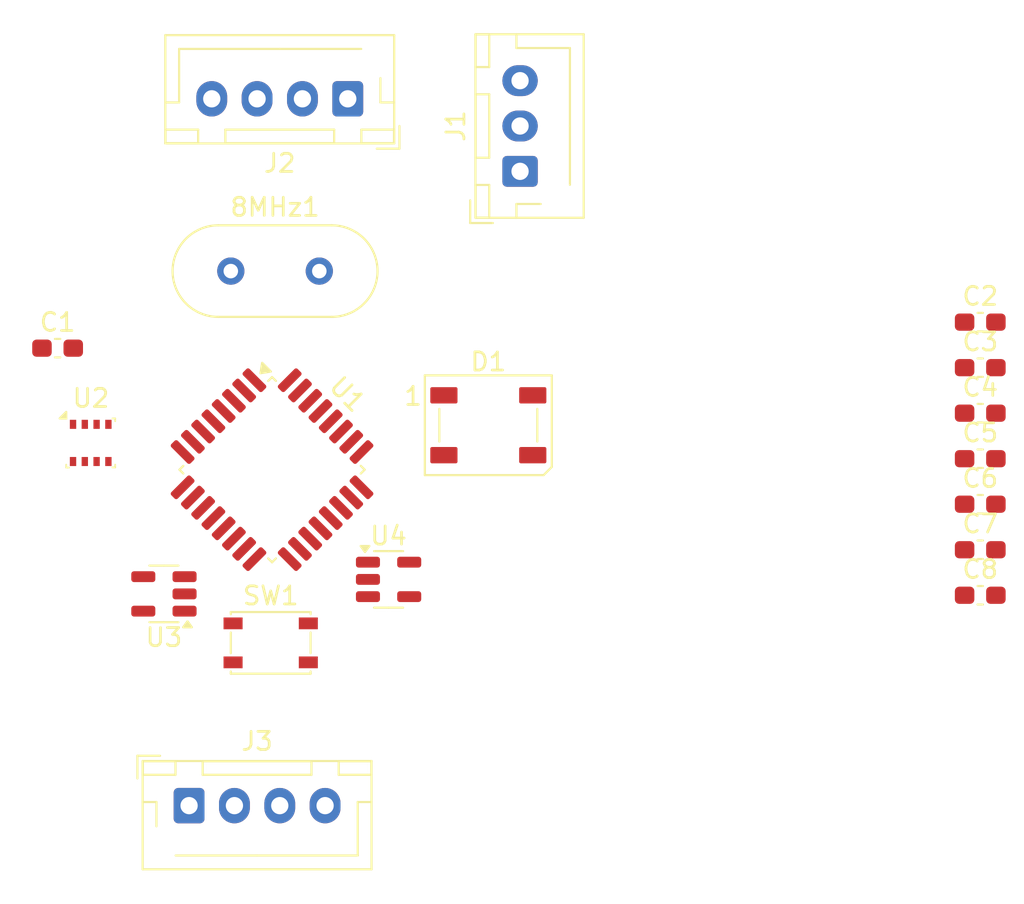
<source format=kicad_pcb>
(kicad_pcb (version 20240108) (generator "pcbnew") (generator_version "8.0")
  (layers (0 "F.Cu" signal) (31 "B.Cu" signal) (34 "B.Paste" user) (35 "F.Paste" user) (36 "B.SilkS" user "B.Silkscreen") (37 "F.SilkS" user "F.Silkscreen") (38 "B.Mask" user) (39 "F.Mask" user) (44 "Edge.Cuts" user))
  (net 0 "")
  (net 22 "+5V")
  (net 23 "Neopixel_Signal_5")
  (net 26 "+3.3V")
  (net 27 "GND")
  (net 29 "Net-(U1-PC14)")
  (net 30 "Net-(U1-PC15)")
  (net 31 "SCL")
  (net 32 "SDA")
  (net 33 "Net-(U1-NRST)")
  (net 34 "MOSI")
  (net 35 "MISO")
  (net 36 "SCK")
  (net 37 "Neopixel_Signal_3.3")
  (net 38 "NSS")
  (footprint "Button_Switch_SMD:SW_SPST_PTS810" (layer "F.Cu") (at 139.5 89.25)
    (property "Reference" "SW1" (at 0 -2.6 0) (layer "F.SilkS"))
    (property "Value" "SW_Push")
    (fp_line (start -2.2 -1.7) (end -2.2 -1.58) (stroke (width 0.12)) (layer "F.SilkS"))
    (fp_line (start -2.2 -0.57) (end -2.2 0.57) (stroke (width 0.12)) (layer "F.SilkS"))
    (fp_line (start -2.2 1.58) (end -2.2 1.7) (stroke (width 0.12)) (layer "F.SilkS"))
    (fp_line (start -2.2 1.7) (end 2.2 1.7) (stroke (width 0.12)) (layer "F.SilkS"))
    (fp_line (start 2.2 -1.7) (end -2.2 -1.7) (stroke (width 0.12)) (layer "F.SilkS"))
    (fp_line (start 2.2 -1.58) (end 2.2 -1.7) (stroke (width 0.12)) (layer "F.SilkS"))
    (fp_line (start 2.2 0.57) (end 2.2 -0.57) (stroke (width 0.12)) (layer "F.SilkS"))
    (fp_line (start 2.2 1.7) (end 2.2 1.58) (stroke (width 0.12)) (layer "F.SilkS"))
    (pad "1" smd rect (at -2.075 -1.075) (size 1.05 0.65) (layers "F.Cu" "F.Paste" "F.Mask") (net 27 "GND"))
    (pad "1" smd rect (at 2.075 -1.075) (size 1.05 0.65) (layers "F.Cu" "F.Paste" "F.Mask") (net 27 "GND"))
    (pad "2" smd rect (at -2.075 1.075) (size 1.05 0.65) (layers "F.Cu" "F.Paste" "F.Mask") (net 33 "Net-(U1-NRST)"))
    (pad "2" smd rect (at 2.075 1.075) (size 1.05 0.65) (layers "F.Cu" "F.Paste" "F.Mask") (net 33 "Net-(U1-NRST)"))
  )
  (footprint "Package_LGA:Bosch_LGA-8_2.5x2.5mm_P0.65mm_ClockwisePinNumbering" (layer "F.Cu") (at 129.575 78.225)
    (property "Reference" "U2" (at 0.015 -2.465 0) (layer "F.SilkS"))
    (property "Value" "BME280")
    (fp_line (start -1.35 1.35) (end -1.35 1.2) (stroke (width 0.1)) (layer "F.SilkS"))
    (fp_line (start -1.35 1.36) (end -1.2 1.36) (stroke (width 0.1)) (layer "F.SilkS"))
    (fp_line (start 1.2 -1.35) (end 1.35 -1.35) (stroke (width 0.1)) (layer "F.SilkS"))
    (fp_line (start 1.35 -1.35) (end 1.35 -1.2) (stroke (width 0.1)) (layer "F.SilkS"))
    (fp_line (start 1.35 1.35) (end 1.2 1.35) (stroke (width 0.1)) (layer "F.SilkS"))
    (fp_line (start 1.35 1.35) (end 1.35 1.2) (stroke (width 0.1)) (layer "F.SilkS"))
    (fp_poly (pts (xy -1.35 -1.35) (xy -1.71 -1.35) (xy -1.35 -1.71) (xy -1.35 -1.35)) (stroke (width 0.12)) (fill solid) (layer "F.SilkS"))
    (pad "1" smd rect (at -0.975 -1.025 90) (size 0.5 0.35) (layers "F.Cu" "F.Paste" "F.Mask"))
    (pad "2" smd rect (at -0.325 -1.025 90) (size 0.5 0.35) (layers "F.Cu" "F.Paste" "F.Mask"))
    (pad "3" smd rect (at 0.325 -1.025 90) (size 0.5 0.35) (layers "F.Cu" "F.Paste" "F.Mask"))
    (pad "4" smd rect (at 0.975 -1.025 90) (size 0.5 0.35) (layers "F.Cu" "F.Paste" "F.Mask"))
    (pad "5" smd rect (at 0.975 1.025 90) (size 0.5 0.35) (layers "F.Cu" "F.Paste" "F.Mask"))
    (pad "6" smd rect (at 0.325 1.025 90) (size 0.5 0.35) (layers "F.Cu" "F.Paste" "F.Mask"))
    (pad "7" smd rect (at -0.325 1.025 90) (size 0.5 0.35) (layers "F.Cu" "F.Paste" "F.Mask"))
    (pad "8" smd rect (at -0.975 1.025 90) (size 0.5 0.35) (layers "F.Cu" "F.Paste" "F.Mask"))
  )
  (footprint "Capacitor_SMD:C_0603_1608Metric_Pad1.08x0.95mm_HandSolder" (layer "F.Cu") (at 178.625 74.075)
    (property "Reference" "C3" (at 0 -1.43 0) (layer "F.SilkS"))
    (property "Value" "100nF")
    (fp_line (start -0.146267 -0.51) (end 0.146267 -0.51) (stroke (width 0.12)) (layer "F.SilkS"))
    (fp_line (start -0.146267 0.51) (end 0.146267 0.51) (stroke (width 0.12)) (layer "F.SilkS"))
    (pad "1" smd roundrect (at -0.8625 0) (size 1.075 0.95) (layers "F.Cu" "F.Paste" "F.Mask") (net 26 "+3.3V"))
    (pad "2" smd roundrect (at 0.8625 0) (size 1.075 0.95) (layers "F.Cu" "F.Paste" "F.Mask") (net 27 "GND"))
  )
  (footprint "Package_TO_SOT_SMD:SOT-23-5" (layer "F.Cu") (at 146 85.75)
    (property "Reference" "U4" (at 0 -2.4 0) (layer "F.SilkS"))
    (property "Value" "SN74LV1T34DBV")
    (fp_line (start 0 -1.56) (end -0.8 -1.56) (stroke (width 0.12)) (layer "F.SilkS"))
    (fp_line (start 0 -1.56) (end 0.8 -1.56) (stroke (width 0.12)) (layer "F.SilkS"))
    (fp_line (start 0 1.56) (end -0.8 1.56) (stroke (width 0.12)) (layer "F.SilkS"))
    (fp_line (start 0 1.56) (end 0.8 1.56) (stroke (width 0.12)) (layer "F.SilkS"))
    (fp_poly (pts (xy -1.3 -1.51) (xy -1.54 -1.84) (xy -1.06 -1.84) (xy -1.3 -1.51)) (stroke (width 0.12)) (fill solid) (layer "F.SilkS"))
    (pad "1" smd roundrect (at -1.1375 -0.95) (size 1.325 0.6) (layers "F.Cu" "F.Paste" "F.Mask"))
    (pad "2" smd roundrect (at -1.1375 0) (size 1.325 0.6) (layers "F.Cu" "F.Paste" "F.Mask") (net 37 "Neopixel_Signal_3.3"))
    (pad "3" smd roundrect (at -1.1375 0.95) (size 1.325 0.6) (layers "F.Cu" "F.Paste" "F.Mask") (net 27 "GND"))
    (pad "4" smd roundrect (at 1.1375 0.95) (size 1.325 0.6) (layers "F.Cu" "F.Paste" "F.Mask") (net 23 "Neopixel_Signal_5"))
    (pad "5" smd roundrect (at 1.1375 -0.95) (size 1.325 0.6) (layers "F.Cu" "F.Paste" "F.Mask") (net 22 "+5V"))
  )
  (footprint "Capacitor_SMD:C_0603_1608Metric_Pad1.08x0.95mm_HandSolder" (layer "F.Cu") (at 178.625 84.115)
    (property "Reference" "C7" (at 0 -1.43 0) (layer "F.SilkS"))
    (property "Value" "100nF")
    (fp_line (start -0.146267 -0.51) (end 0.146267 -0.51) (stroke (width 0.12)) (layer "F.SilkS"))
    (fp_line (start -0.146267 0.51) (end 0.146267 0.51) (stroke (width 0.12)) (layer "F.SilkS"))
    (pad "1" smd roundrect (at -0.8625 0) (size 1.075 0.95) (layers "F.Cu" "F.Paste" "F.Mask") (net 26 "+3.3V"))
    (pad "2" smd roundrect (at 0.8625 0) (size 1.075 0.95) (layers "F.Cu" "F.Paste" "F.Mask") (net 27 "GND"))
  )
  (footprint "Connector_JST:JST_XH_B3B-XH-AM_1x03_P2.50mm_Vertical" (layer "F.Cu") (at 153.25 63.25 90)
    (property "Reference" "J1" (at 2.5 -3.55 90) (layer "F.SilkS"))
    (property "Value" "Conn_01x03_Pin")
    (fp_line (start -1.6 -2.75) (end -2.85 -2.75) (stroke (width 0.12)) (layer "F.SilkS"))
    (fp_line (start -2.85 -2.75) (end -2.85 -1.5) (stroke (width 0.12)) (layer "F.SilkS"))
    (fp_line (start 7.56 -2.46) (end -2.56 -2.46) (stroke (width 0.12)) (layer "F.SilkS"))
    (fp_line (start -2.56 -2.46) (end -2.56 3.51) (stroke (width 0.12)) (layer "F.SilkS"))
    (fp_line (start 7.55 -2.45) (end 5.75 -2.45) (stroke (width 0.12)) (layer "F.SilkS"))
    (fp_line (start 5.75 -2.45) (end 5.75 -1.7) (stroke (width 0.12)) (layer "F.SilkS"))
    (fp_line (start 4.25 -2.45) (end 0.75 -2.45) (stroke (width 0.12)) (layer "F.SilkS"))
    (fp_line (start 0.75 -2.45) (end 0.75 -1.7) (stroke (width 0.12)) (layer "F.SilkS"))
    (fp_line (start -0.75 -2.45) (end -2.55 -2.45) (stroke (width 0.12)) (layer "F.SilkS"))
    (fp_line (start -2.55 -2.45) (end -2.55 -1.7) (stroke (width 0.12)) (layer "F.SilkS"))
    (fp_line (start 7.55 -1.7) (end 7.55 -2.45) (stroke (width 0.12)) (layer "F.SilkS"))
    (fp_line (start 5.75 -1.7) (end 7.55 -1.7) (stroke (width 0.12)) (layer "F.SilkS"))
    (fp_line (start 4.25 -1.7) (end 4.25 -2.45) (stroke (width 0.12)) (layer "F.SilkS"))
    (fp_line (start 0.75 -1.7) (end 4.25 -1.7) (stroke (width 0.12)) (layer "F.SilkS"))
    (fp_line (start -0.75 -1.7) (end -0.75 -2.45) (stroke (width 0.12)) (layer "F.SilkS"))
    (fp_line (start -2.55 -1.7) (end -0.75 -1.7) (stroke (width 0.12)) (layer "F.SilkS"))
    (fp_line (start 7.55 -0.2) (end 6.8 -0.2) (stroke (width 0.12)) (layer "F.SilkS"))
    (fp_line (start 6.8 -0.2) (end 6.8 2.75) (stroke (width 0.12)) (layer "F.SilkS"))
    (fp_line (start -1.8 -0.2) (end -1.8 1.14) (stroke (width 0.12)) (layer "F.SilkS"))
    (fp_line (start -2.55 -0.2) (end -1.8 -0.2) (stroke (width 0.12)) (layer "F.SilkS"))
    (fp_line (start 6.8 2.75) (end 2.5 2.75) (stroke (width 0.12)) (layer "F.SilkS"))
    (fp_line (start 2.5 2.75) (end -0.74 2.75) (stroke (width 0.12)) (layer "F.SilkS"))
    (fp_line (start 7.56 3.51) (end 7.56 -2.46) (stroke (width 0.12)) (layer "F.SilkS"))
    (fp_line (start -2.56 3.51) (end 7.56 3.51) (stroke (width 0.12)) (layer "F.SilkS"))
    (pad "" np_thru_hole circle (at -1.6 2 90) (size 1.2 1.2) (drill 1.2) (layers "*.Cu" "*.Mask"))
    (pad "1" thru_hole roundrect (at 0 0 90) (size 1.7 1.95) (drill 0.95) (layers "*.Cu" "*.Mask") (roundrect_rratio 0.147059))
    (pad "2" thru_hole oval (at 2.5 0 90) (size 1.7 1.95) (drill 0.95) (layers "*.Cu" "*.Mask"))
    (pad "3" thru_hole oval (at 5 0 90) (size 1.7 1.95) (drill 0.95) (layers "*.Cu" "*.Mask"))
  )
  (footprint "Crystal:Crystal_HC49-U_Vertical" (layer "F.Cu") (at 137.3 68.75)
    (property "Reference" "8MHz1" (at 2.44 -3.525 360) (layer "F.SilkS"))
    (property "Value" "Crystal")
    (fp_line (start -0.685 -2.525) (end 5.565 -2.525) (stroke (width 0.12)) (layer "F.SilkS"))
    (fp_line (start -0.685 2.525) (end 5.565 2.525) (stroke (width 0.12)) (layer "F.SilkS"))
    (fp_arc (start -0.685 2.525) (mid -3.21 0) (end -0.685 -2.525) (stroke (width 0.12)) (layer "F.SilkS"))
    (fp_arc (start 5.565 -2.525) (mid 8.09 0) (end 5.565 2.525) (stroke (width 0.12)) (layer "F.SilkS"))
    (pad "1" thru_hole circle (at 0 0) (size 1.5 1.5) (drill 0.8) (layers "*.Cu" "*.Mask") (net 30 "Net-(U1-PC15)"))
    (pad "2" thru_hole circle (at 4.88 0) (size 1.5 1.5) (drill 0.8) (layers "*.Cu" "*.Mask") (net 29 "Net-(U1-PC14)"))
  )
  (footprint "Capacitor_SMD:C_0603_1608Metric_Pad1.08x0.95mm_HandSolder" (layer "F.Cu") (at 127.75 73)
    (property "Reference" "C1" (at 0 -1.43 0) (layer "F.SilkS"))
    (property "Value" "22pF")
    (fp_line (start -0.146267 -0.51) (end 0.146267 -0.51) (stroke (width 0.12)) (layer "F.SilkS"))
    (fp_line (start -0.146267 0.51) (end 0.146267 0.51) (stroke (width 0.12)) (layer "F.SilkS"))
    (pad "1" smd roundrect (at -0.8625 0) (size 1.075 0.95) (layers "F.Cu" "F.Paste" "F.Mask") (net 27 "GND"))
    (pad "2" smd roundrect (at 0.8625 0) (size 1.075 0.95) (layers "F.Cu" "F.Paste" "F.Mask") (net 29 "Net-(U1-PC14)"))
  )
  (footprint "Capacitor_SMD:C_0603_1608Metric_Pad1.08x0.95mm_HandSolder" (layer "F.Cu") (at 178.625 71.565)
    (property "Reference" "C2" (at 0 -1.43 0) (layer "F.SilkS"))
    (property "Value" "22pF")
    (fp_line (start -0.146267 -0.51) (end 0.146267 -0.51) (stroke (width 0.12)) (layer "F.SilkS"))
    (fp_line (start -0.146267 0.51) (end 0.146267 0.51) (stroke (width 0.12)) (layer "F.SilkS"))
    (pad "1" smd roundrect (at -0.8625 0) (size 1.075 0.95) (layers "F.Cu" "F.Paste" "F.Mask") (net 27 "GND"))
    (pad "2" smd roundrect (at 0.8625 0) (size 1.075 0.95) (layers "F.Cu" "F.Paste" "F.Mask") (net 30 "Net-(U1-PC15)"))
  )
  (footprint "LED_SMD:LED_WS2812B_PLCC4_5.0x5.0mm_P3.2mm" (layer "F.Cu") (at 151.5 77.25)
    (property "Reference" "D1" (at 0 -3.5 0) (layer "F.SilkS"))
    (property "Value" "WS2812B")
    (fp_line (start -3.5 -2.75) (end -3.5 2.75) (stroke (width 0.12)) (layer "F.SilkS"))
    (fp_line (start -3.5 -2.75) (end 3.5 -2.75) (stroke (width 0.12)) (layer "F.SilkS"))
    (fp_line (start -3.5 2.75) (end 3.05 2.75) (stroke (width 0.12)) (layer "F.SilkS"))
    (fp_line (start -2.7 0.9) (end -2.7 -0.9) (stroke (width 0.12)) (layer "F.SilkS"))
    (fp_line (start 2.7 0.9) (end 2.7 -0.9) (stroke (width 0.12)) (layer "F.SilkS"))
    (fp_line (start 3.05 2.75) (end 3.5 2.3) (stroke (width 0.12)) (layer "F.SilkS"))
    (fp_line (start 3.5 2.3) (end 3.5 -2.75) (stroke (width 0.12)) (layer "F.SilkS"))
    (fp_text user "1" (at -4.15 -1.6 0) (layer "F.SilkS"))
    (pad "1" smd roundrect (at -2.45 -1.65) (size 1.5 0.9) (layers "F.Cu" "F.Paste" "F.Mask") (roundrect_rratio 0.1) (net 22 "+5V"))
    (pad "2" smd roundrect (at -2.45 1.65) (size 1.5 0.9) (layers "F.Cu" "F.Paste" "F.Mask") (roundrect_rratio 0.1))
    (pad "3" smd roundrect (at 2.45 1.65) (size 1.5 0.9) (layers "F.Cu" "F.Paste" "F.Mask") (roundrect_rratio 0.1) (net 27 "GND"))
    (pad "4" smd roundrect (at 2.45 -1.65) (size 1.5 0.9) (layers "F.Cu" "F.Paste" "F.Mask") (roundrect_rratio 0.1) (net 23 "Neopixel_Signal_5"))
  )
  (footprint "Capacitor_SMD:C_0603_1608Metric_Pad1.08x0.95mm_HandSolder" (layer "F.Cu") (at 178.625 79.095)
    (property "Reference" "C5" (at 0 -1.43 0) (layer "F.SilkS"))
    (property "Value" "100nF")
    (fp_line (start -0.146267 -0.51) (end 0.146267 -0.51) (stroke (width 0.12)) (layer "F.SilkS"))
    (fp_line (start -0.146267 0.51) (end 0.146267 0.51) (stroke (width 0.12)) (layer "F.SilkS"))
    (pad "1" smd roundrect (at -0.8625 0) (size 1.075 0.95) (layers "F.Cu" "F.Paste" "F.Mask") (net 27 "GND"))
    (pad "2" smd roundrect (at 0.8625 0) (size 1.075 0.95) (layers "F.Cu" "F.Paste" "F.Mask") (net 33 "Net-(U1-NRST)"))
  )
  (footprint "Capacitor_SMD:C_0603_1608Metric_Pad1.08x0.95mm_HandSolder" (layer "F.Cu") (at 178.625 76.585)
    (property "Reference" "C4" (at 0 -1.43 0) (layer "F.SilkS"))
    (property "Value" "4.7nF")
    (fp_line (start -0.146267 -0.51) (end 0.146267 -0.51) (stroke (width 0.12)) (layer "F.SilkS"))
    (fp_line (start -0.146267 0.51) (end 0.146267 0.51) (stroke (width 0.12)) (layer "F.SilkS"))
    (pad "1" smd roundrect (at -0.8625 0) (size 1.075 0.95) (layers "F.Cu" "F.Paste" "F.Mask") (net 27 "GND"))
    (pad "2" smd roundrect (at 0.8625 0) (size 1.075 0.95) (layers "F.Cu" "F.Paste" "F.Mask") (net 26 "+3.3V"))
  )
  (footprint "Connector_JST:JST_XH_B4B-XH-AM_1x04_P2.50mm_Vertical" (layer "F.Cu") (at 135 98.225)
    (property "Reference" "J3" (at 3.75 -3.55 0) (layer "F.SilkS"))
    (property "Value" "Conn_01x04_Pin")
    (fp_line (start -2.85 -2.75) (end -2.85 -1.5) (stroke (width 0.12)) (layer "F.SilkS"))
    (fp_line (start -2.56 -2.46) (end -2.56 3.51) (stroke (width 0.12)) (layer "F.SilkS"))
    (fp_line (start -2.56 3.51) (end 10.06 3.51) (stroke (width 0.12)) (layer "F.SilkS"))
    (fp_line (start -2.55 -2.45) (end -2.55 -1.7) (stroke (width 0.12)) (layer "F.SilkS"))
    (fp_line (start -2.55 -1.7) (end -0.75 -1.7) (stroke (width 0.12)) (layer "F.SilkS"))
    (fp_line (start -2.55 -0.2) (end -1.8 -0.2) (stroke (width 0.12)) (layer "F.SilkS"))
    (fp_line (start -1.8 -0.2) (end -1.8 1.14) (stroke (width 0.12)) (layer "F.SilkS"))
    (fp_line (start -1.6 -2.75) (end -2.85 -2.75) (stroke (width 0.12)) (layer "F.SilkS"))
    (fp_line (start -0.75 -2.45) (end -2.55 -2.45) (stroke (width 0.12)) (layer "F.SilkS"))
    (fp_line (start -0.75 -1.7) (end -0.75 -2.45) (stroke (width 0.12)) (layer "F.SilkS"))
    (fp_line (start 0.75 -2.45) (end 0.75 -1.7) (stroke (width 0.12)) (layer "F.SilkS"))
    (fp_line (start 0.75 -1.7) (end 6.75 -1.7) (stroke (width 0.12)) (layer "F.SilkS"))
    (fp_line (start 3.75 2.75) (end -0.74 2.75) (stroke (width 0.12)) (layer "F.SilkS"))
    (fp_line (start 6.75 -2.45) (end 0.75 -2.45) (stroke (width 0.12)) (layer "F.SilkS"))
    (fp_line (start 6.75 -1.7) (end 6.75 -2.45) (stroke (width 0.12)) (layer "F.SilkS"))
    (fp_line (start 8.25 -2.45) (end 8.25 -1.7) (stroke (width 0.12)) (layer "F.SilkS"))
    (fp_line (start 8.25 -1.7) (end 10.05 -1.7) (stroke (width 0.12)) (layer "F.SilkS"))
    (fp_line (start 9.3 -0.2) (end 9.3 2.75) (stroke (width 0.12)) (layer "F.SilkS"))
    (fp_line (start 9.3 2.75) (end 3.75 2.75) (stroke (width 0.12)) (layer "F.SilkS"))
    (fp_line (start 10.05 -2.45) (end 8.25 -2.45) (stroke (width 0.12)) (layer "F.SilkS"))
    (fp_line (start 10.05 -1.7) (end 10.05 -2.45) (stroke (width 0.12)) (layer "F.SilkS"))
    (fp_line (start 10.05 -0.2) (end 9.3 -0.2) (stroke (width 0.12)) (layer "F.SilkS"))
    (fp_line (start 10.06 -2.46) (end -2.56 -2.46) (stroke (width 0.12)) (layer "F.SilkS"))
    (fp_line (start 10.06 3.51) (end 10.06 -2.46) (stroke (width 0.12)) (layer "F.SilkS"))
    (pad "" np_thru_hole circle (at -1.6 2) (size 1.2 1.2) (drill 1.2) (layers "*.Cu" "*.Mask"))
    (pad "1" thru_hole roundrect (at 0 0) (size 1.7 1.95) (drill 0.95) (layers "*.Cu" "*.Mask") (roundrect_rratio 0.147059) (net 27 "GND"))
    (pad "2" thru_hole oval (at 2.5 0) (size 1.7 1.95) (drill 0.95) (layers "*.Cu" "*.Mask") (net 32 "SDA"))
    (pad "3" thru_hole oval (at 5 0) (size 1.7 1.95) (drill 0.95) (layers "*.Cu" "*.Mask") (net 31 "SCL"))
    (pad "4" thru_hole oval (at 7.5 0) (size 1.7 1.95) (drill 0.95) (layers "*.Cu" "*.Mask") (net 22 "+5V"))
  )
  (footprint "Capacitor_SMD:C_0603_1608Metric_Pad1.08x0.95mm_HandSolder" (layer "F.Cu") (at 178.625 81.605)
    (property "Reference" "C6" (at 0 -1.43 0) (layer "F.SilkS"))
    (property "Value" "100nF")
    (fp_line (start -0.146267 -0.51) (end 0.146267 -0.51) (stroke (width 0.12)) (layer "F.SilkS"))
    (fp_line (start -0.146267 0.51) (end 0.146267 0.51) (stroke (width 0.12)) (layer "F.SilkS"))
    (pad "1" smd roundrect (at -0.8625 0) (size 1.075 0.95) (layers "F.Cu" "F.Paste" "F.Mask") (net 22 "+5V"))
    (pad "2" smd roundrect (at 0.8625 0) (size 1.075 0.95) (layers "F.Cu" "F.Paste" "F.Mask") (net 27 "GND"))
  )
  (footprint "Package_TO_SOT_SMD:SOT-23-5" (layer "F.Cu") (at 133.6125 86.55 180)
    (property "Reference" "U3" (at 0 -2.4 360) (layer "F.SilkS"))
    (property "Value" "TLV75533PDBV")
    (fp_line (start 0 1.56) (end 0.8 1.56) (stroke (width 0.12)) (layer "F.SilkS"))
    (fp_line (start 0 1.56) (end -0.8 1.56) (stroke (width 0.12)) (layer "F.SilkS"))
    (fp_line (start 0 -1.56) (end 0.8 -1.56) (stroke (width 0.12)) (layer "F.SilkS"))
    (fp_line (start 0 -1.56) (end -0.8 -1.56) (stroke (width 0.12)) (layer "F.SilkS"))
    (fp_poly (pts (xy -1.3 -1.51) (xy -1.54 -1.84) (xy -1.06 -1.84) (xy -1.3 -1.51)) (stroke (width 0.12)) (fill solid) (layer "F.SilkS"))
    (pad "1" smd roundrect (at -1.1375 -0.95 180) (size 1.325 0.6) (layers "F.Cu" "F.Paste" "F.Mask") (net 22 "+5V"))
    (pad "2" smd roundrect (at -1.1375 0 180) (size 1.325 0.6) (layers "F.Cu" "F.Paste" "F.Mask") (net 27 "GND"))
    (pad "3" smd roundrect (at -1.1375 0.95 180) (size 1.325 0.6) (layers "F.Cu" "F.Paste" "F.Mask") (net 22 "+5V"))
    (pad "4" smd roundrect (at 1.1375 0.95 180) (size 1.325 0.6) (layers "F.Cu" "F.Paste" "F.Mask"))
    (pad "5" smd roundrect (at 1.1375 -0.95 180) (size 1.325 0.6) (layers "F.Cu" "F.Paste" "F.Mask") (net 26 "+3.3V"))
  )
  (footprint "Connector_JST:JST_XH_B4B-XH-AM_1x04_P2.50mm_Vertical" (layer "F.Cu") (at 143.75 59.25 180)
    (property "Reference" "J2" (at 3.75 -3.55 360) (layer "F.SilkS"))
    (property "Value" "Conn_01x04_Pin")
    (fp_line (start 10.06 3.51) (end 10.06 -2.46) (stroke (width 0.12)) (layer "F.SilkS"))
    (fp_line (start 10.06 -2.46) (end -2.56 -2.46) (stroke (width 0.12)) (layer "F.SilkS"))
    (fp_line (start 10.05 -0.2) (end 9.3 -0.2) (stroke (width 0.12)) (layer "F.SilkS"))
    (fp_line (start 10.05 -1.7) (end 10.05 -2.45) (stroke (width 0.12)) (layer "F.SilkS"))
    (fp_line (start 10.05 -2.45) (end 8.25 -2.45) (stroke (width 0.12)) (layer "F.SilkS"))
    (fp_line (start 9.3 2.75) (end 3.75 2.75) (stroke (width 0.12)) (layer "F.SilkS"))
    (fp_line (start 9.3 -0.2) (end 9.3 2.75) (stroke (width 0.12)) (layer "F.SilkS"))
    (fp_line (start 8.25 -1.7) (end 10.05 -1.7) (stroke (width 0.12)) (layer "F.SilkS"))
    (fp_line (start 8.25 -2.45) (end 8.25 -1.7) (stroke (width 0.12)) (layer "F.SilkS"))
    (fp_line (start 6.75 -1.7) (end 6.75 -2.45) (stroke (width 0.12)) (layer "F.SilkS"))
    (fp_line (start 6.75 -2.45) (end 0.75 -2.45) (stroke (width 0.12)) (layer "F.SilkS"))
    (fp_line (start 3.75 2.75) (end -0.74 2.75) (stroke (width 0.12)) (layer "F.SilkS"))
    (fp_line (start 0.75 -1.7) (end 6.75 -1.7) (stroke (width 0.12)) (layer "F.SilkS"))
    (fp_line (start 0.75 -2.45) (end 0.75 -1.7) (stroke (width 0.12)) (layer "F.SilkS"))
    (fp_line (start -0.75 -1.7) (end -0.75 -2.45) (stroke (width 0.12)) (layer "F.SilkS"))
    (fp_line (start -0.75 -2.45) (end -2.55 -2.45) (stroke (width 0.12)) (layer "F.SilkS"))
    (fp_line (start -1.6 -2.75) (end -2.85 -2.75) (stroke (width 0.12)) (layer "F.SilkS"))
    (fp_line (start -1.8 -0.2) (end -1.8 1.14) (stroke (width 0.12)) (layer "F.SilkS"))
    (fp_line (start -2.55 -0.2) (end -1.8 -0.2) (stroke (width 0.12)) (layer "F.SilkS"))
    (fp_line (start -2.55 -1.7) (end -0.75 -1.7) (stroke (width 0.12)) (layer "F.SilkS"))
    (fp_line (start -2.55 -2.45) (end -2.55 -1.7) (stroke (width 0.12)) (layer "F.SilkS"))
    (fp_line (start -2.56 3.51) (end 10.06 3.51) (stroke (width 0.12)) (layer "F.SilkS"))
    (fp_line (start -2.56 -2.46) (end -2.56 3.51) (stroke (width 0.12)) (layer "F.SilkS"))
    (fp_line (start -2.85 -2.75) (end -2.85 -1.5) (stroke (width 0.12)) (layer "F.SilkS"))
    (pad "" np_thru_hole circle (at -1.6 2 180) (size 1.2 1.2) (drill 1.2) (layers "*.Cu" "*.Mask"))
    (pad "1" thru_hole roundrect (at 0 0 180) (size 1.7 1.95) (drill 0.95) (layers "*.Cu" "*.Mask") (roundrect_rratio 0.147059) (net 27 "GND"))
    (pad "2" thru_hole oval (at 2.5 0 180) (size 1.7 1.95) (drill 0.95) (layers "*.Cu" "*.Mask") (net 32 "SDA"))
    (pad "3" thru_hole oval (at 5 0 180) (size 1.7 1.95) (drill 0.95) (layers "*.Cu" "*.Mask") (net 31 "SCL"))
    (pad "4" thru_hole oval (at 7.5 0 180) (size 1.7 1.95) (drill 0.95) (layers "*.Cu" "*.Mask") (net 22 "+5V"))
  )
  (footprint "Package_QFP:LQFP-32_7x7mm_P0.8mm" (layer "F.Cu") (at 139.575 79.7 -45)
    (property "Reference" "U1" (at 0 -5.88 135) (layer "F.SilkS"))
    (property "Value" "STM32G030K8Tx")
    (fp_line (start -3.61 3.61) (end -3.61 3.31) (stroke (width 0.12)) (layer "F.SilkS"))
    (fp_line (start -3.31 3.61) (end -3.61 3.61) (stroke (width 0.12)) (layer "F.SilkS"))
    (fp_line (start 3.31 3.61) (end 3.61 3.61) (stroke (width 0.12)) (layer "F.SilkS"))
    (fp_line (start -3.61 -3.61) (end -3.61 -3.31) (stroke (width 0.12)) (layer "F.SilkS"))
    (fp_line (start 3.61 3.61) (end 3.61 3.31) (stroke (width 0.12)) (layer "F.SilkS"))
    (fp_line (start -3.31 -3.61) (end -3.61 -3.61) (stroke (width 0.12)) (layer "F.SilkS"))
    (fp_line (start 3.31 -3.61) (end 3.61 -3.61) (stroke (width 0.12)) (layer "F.SilkS"))
    (fp_line (start 3.61 -3.61) (end 3.61 -3.31) (stroke (width 0.12)) (layer "F.SilkS"))
    (fp_poly (pts (xy -4.2125 -3.31) (xy -4.5525 -3.78) (xy -3.8725 -3.780001) (xy -4.2125 -3.31)) (stroke (width 0.12)) (fill solid) (layer "F.SilkS"))
    (pad "1" smd roundrect (at -4.175 -2.8 315) (size 1.5 0.5) (layers "F.Cu" "F.Paste" "F.Mask"))
    (pad "2" smd roundrect (at -4.175 -2 315) (size 1.5 0.5) (layers "F.Cu" "F.Paste" "F.Mask") (net 29 "Net-(U1-PC14)"))
    (pad "3" smd roundrect (at -4.175 -1.2 315) (size 1.5 0.5) (layers "F.Cu" "F.Paste" "F.Mask") (net 30 "Net-(U1-PC15)"))
    (pad "4" smd roundrect (at -4.175 -0.4 315) (size 1.5 0.5) (layers "F.Cu" "F.Paste" "F.Mask") (net 26 "+3.3V"))
    (pad "5" smd roundrect (at -4.175 0.4 315) (size 1.5 0.5) (layers "F.Cu" "F.Paste" "F.Mask") (net 27 "GND"))
    (pad "6" smd roundrect (at -4.175 1.2 315) (size 1.5 0.5) (layers "F.Cu" "F.Paste" "F.Mask") (net 33 "Net-(U1-NRST)"))
    (pad "7" smd roundrect (at -4.175 2 315) (size 1.5 0.5) (layers "F.Cu" "F.Paste" "F.Mask"))
    (pad "8" smd roundrect (at -4.175 2.8 315) (size 1.5 0.5) (layers "F.Cu" "F.Paste" "F.Mask"))
    (pad "9" smd roundrect (at -2.8 4.175 315) (size 0.5 1.5) (layers "F.Cu" "F.Paste" "F.Mask"))
    (pad "10" smd roundrect (at -2 4.175 315) (size 0.5 1.5) (layers "F.Cu" "F.Paste" "F.Mask"))
    (pad "11" smd roundrect (at -1.2 4.175 315) (size 0.5 1.5) (layers "F.Cu" "F.Paste" "F.Mask") (net 38 "NSS"))
    (pad "12" smd roundrect (at -0.4 4.175 315) (size 0.5 1.5) (layers "F.Cu" "F.Paste" "F.Mask") (net 36 "SCK"))
    (pad "13" smd roundrect (at 0.4 4.175 315) (size 0.5 1.5) (layers "F.Cu" "F.Paste" "F.Mask") (net 35 "MISO"))
    (pad "14" smd roundrect (at 1.2 4.175 315) (size 0.5 1.5) (layers "F.Cu" "F.Paste" "F.Mask") (net 34 "MOSI"))
    (pad "15" smd roundrect (at 2 4.175 315) (size 0.5 1.5) (layers "F.Cu" "F.Paste" "F.Mask"))
    (pad "16" smd roundrect (at 2.8 4.175 315) (size 0.5 1.5) (layers "F.Cu" "F.Paste" "F.Mask"))
    (pad "17" smd roundrect (at 4.175 2.8 315) (size 1.5 0.5) (layers "F.Cu" "F.Paste" "F.Mask"))
    (pad "18" smd roundrect (at 4.175 2 315) (size 1.5 0.5) (layers "F.Cu" "F.Paste" "F.Mask"))
    (pad "19" smd roundrect (at 4.175 1.2 315) (size 1.5 0.5) (layers "F.Cu" "F.Paste" "F.Mask") (net 31 "SCL"))
    (pad "20" smd roundrect (at 4.175 0.4 315) (size 1.5 0.5) (layers "F.Cu" "F.Paste" "F.Mask") (net 37 "Neopixel_Signal_3.3"))
    (pad "21" smd roundrect (at 4.175 -0.4 315) (size 1.5 0.5) (layers "F.Cu" "F.Paste" "F.Mask") (net 32 "SDA"))
    (pad "22" smd roundrect (at 4.175 -1.2 315) (size 1.5 0.5) (layers "F.Cu" "F.Paste" "F.Mask"))
    (pad "23" smd roundrect (at 4.175 -2 315) (size 1.5 0.5) (layers "F.Cu" "F.Paste" "F.Mask"))
    (pad "24" smd roundrect (at 4.175 -2.8 315) (size 1.5 0.5) (layers "F.Cu" "F.Paste" "F.Mask"))
    (pad "25" smd roundrect (at 2.8 -4.175 315) (size 0.5 1.5) (layers "F.Cu" "F.Paste" "F.Mask"))
    (pad "26" smd roundrect (at 2 -4.175 315) (size 0.5 1.5) (layers "F.Cu" "F.Paste" "F.Mask"))
    (pad "27" smd roundrect (at 1.2 -4.175 315) (size 0.5 1.5) (layers "F.Cu" "F.Paste" "F.Mask"))
    (pad "28" smd roundrect (at 0.4 -4.175 315) (size 0.5 1.5) (layers "F.Cu" "F.Paste" "F.Mask"))
    (pad "29" smd roundrect (at -0.4 -4.175 315) (size 0.5 1.5) (layers "F.Cu" "F.Paste" "F.Mask"))
    (pad "30" smd roundrect (at -1.2 -4.175 315) (size 0.5 1.5) (layers "F.Cu" "F.Paste" "F.Mask"))
    (pad "31" smd roundrect (at -2 -4.175 315) (size 0.5 1.5) (layers "F.Cu" "F.Paste" "F.Mask"))
    (pad "32" smd roundrect (at -2.8 -4.175 315) (size 0.5 1.5) (layers "F.Cu" "F.Paste" "F.Mask"))
  )
  (footprint "Capacitor_SMD:C_0603_1608Metric_Pad1.08x0.95mm_HandSolder" (layer "F.Cu") (at 178.625 86.625)
    (property "Reference" "C8" (at 0 -1.43 0) (layer "F.SilkS"))
    (property "Value" "100nF")
    (fp_line (start -0.146267 -0.51) (end 0.146267 -0.51) (stroke (width 0.12)) (layer "F.SilkS"))
    (fp_line (start -0.146267 0.51) (end 0.146267 0.51) (stroke (width 0.12)) (layer "F.SilkS"))
    (pad "1" smd roundrect (at -0.8625 0) (size 1.075 0.95) (layers "F.Cu" "F.Paste" "F.Mask") (net 27 "GND"))
    (pad "2" smd roundrect (at 0.8625 0) (size 1.075 0.95) (layers "F.Cu" "F.Paste" "F.Mask") (net 22 "+5V"))
  )
)
</source>
